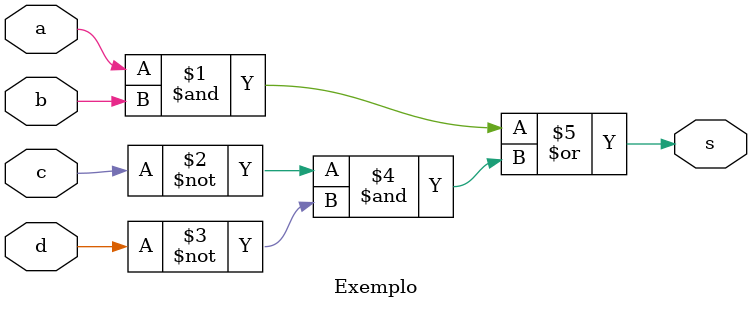
<source format=v>


module Exemplo(a, b, c, d, s);
  input wire a, b, c, d;
  output wire s;

  assign s = (a & b) | (~c & ~d);

endmodule

/*
Forma alternativa de definir as entradas e saídas

module Exemplo(
  input wire a, b, c, d,
  output wire s
);

  assign s = (a & b) | (~c & ~d);

endmodule

*/

</source>
